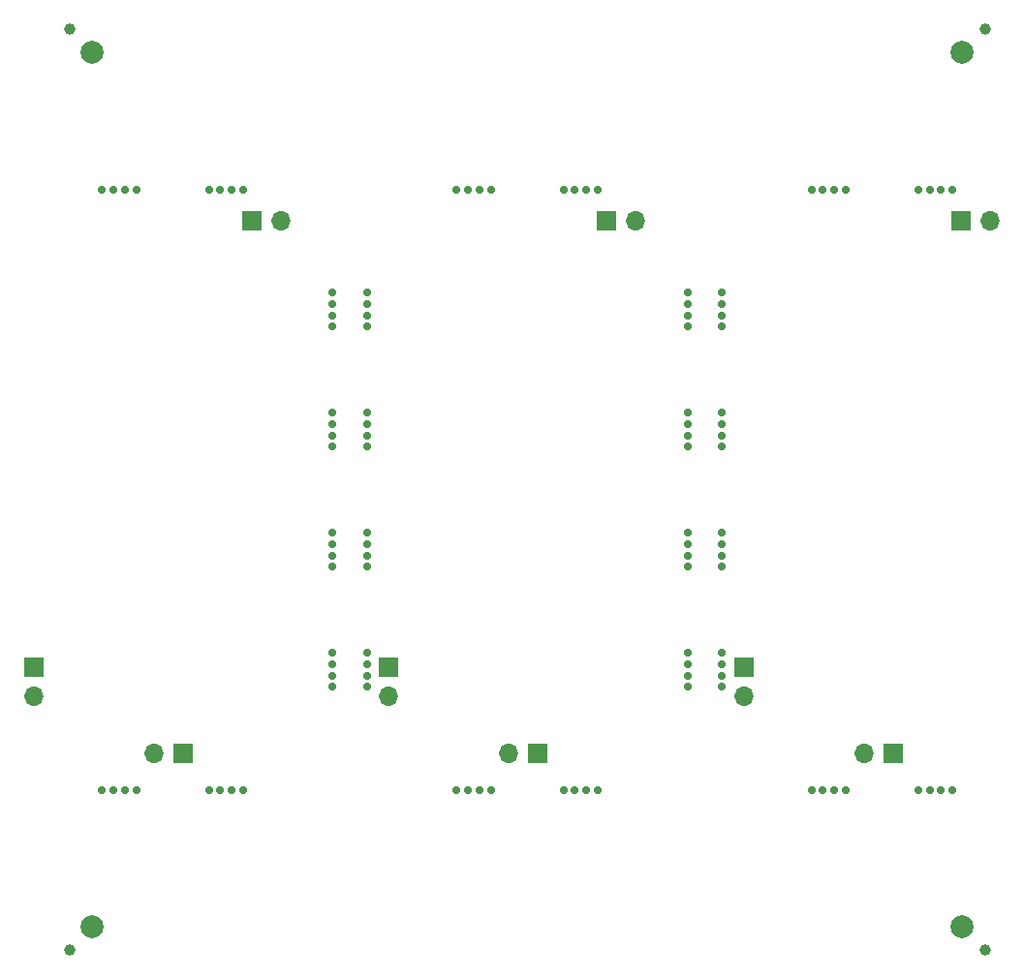
<source format=gbs>
G04 #@! TF.GenerationSoftware,KiCad,Pcbnew,8.0.0*
G04 #@! TF.CreationDate,2024-02-29T15:25:12+11:00*
G04 #@! TF.ProjectId,panel,70616e65-6c2e-46b6-9963-61645f706362,rev?*
G04 #@! TF.SameCoordinates,Original*
G04 #@! TF.FileFunction,Soldermask,Bot*
G04 #@! TF.FilePolarity,Negative*
%FSLAX46Y46*%
G04 Gerber Fmt 4.6, Leading zero omitted, Abs format (unit mm)*
G04 Created by KiCad (PCBNEW 8.0.0) date 2024-02-29 15:25:12*
%MOMM*%
%LPD*%
G01*
G04 APERTURE LIST*
%ADD10C,0.700000*%
%ADD11R,1.700000X1.700000*%
%ADD12O,1.700000X1.700000*%
%ADD13C,2.000000*%
%ADD14C,1.000000*%
G04 APERTURE END LIST*
D10*
G04 #@! TO.C,KiKit_MB_6_1*
X17166666Y-16999500D03*
G04 #@! TD*
D11*
G04 #@! TO.C,J3*
X63900000Y-58764500D03*
D12*
X63900000Y-61304500D03*
G04 #@! TD*
D10*
G04 #@! TO.C,KiKit_MB_11_2*
X31000000Y-48999500D03*
G04 #@! TD*
G04 #@! TO.C,KiKit_MB_17_3*
X40833333Y-16999500D03*
G04 #@! TD*
G04 #@! TO.C,KiKit_MB_24_2*
X62000000Y-59499500D03*
G04 #@! TD*
G04 #@! TO.C,KiKit_MB_20_3*
X49166666Y-69499500D03*
G04 #@! TD*
G04 #@! TO.C,KiKit_MB_21_3*
X62000000Y-26999500D03*
G04 #@! TD*
G04 #@! TO.C,KiKit_MB_3_1*
X28000000Y-46999500D03*
G04 #@! TD*
G04 #@! TO.C,KiKit_MB_16_3*
X59000000Y-59499500D03*
G04 #@! TD*
D11*
G04 #@! TO.C,J3*
X1900000Y-58764500D03*
D12*
X1900000Y-61304500D03*
G04 #@! TD*
D11*
G04 #@! TO.C,J2*
X76945000Y-66269500D03*
D12*
X74405000Y-66269500D03*
G04 #@! TD*
D10*
G04 #@! TO.C,KiKit_MB_13_4*
X59000000Y-28999500D03*
G04 #@! TD*
G04 #@! TO.C,KiKit_MB_20_2*
X50166666Y-69499500D03*
G04 #@! TD*
G04 #@! TO.C,KiKit_MB_21_1*
X62000000Y-28999500D03*
G04 #@! TD*
G04 #@! TO.C,KiKit_MB_12_3*
X31000000Y-58499500D03*
G04 #@! TD*
G04 #@! TO.C,KiKit_MB_24_3*
X62000000Y-58499500D03*
G04 #@! TD*
G04 #@! TO.C,KiKit_MB_12_2*
X31000000Y-59499500D03*
G04 #@! TD*
G04 #@! TO.C,KiKit_MB_3_2*
X28000000Y-47999500D03*
G04 #@! TD*
G04 #@! TO.C,KiKit_MB_13_2*
X59000000Y-26999500D03*
G04 #@! TD*
G04 #@! TO.C,KiKit_MB_28_2*
X81166666Y-69499500D03*
G04 #@! TD*
G04 #@! TO.C,KiKit_MB_20_4*
X48166666Y-69499500D03*
G04 #@! TD*
G04 #@! TO.C,KiKit_MB_18_2*
X49166666Y-16999500D03*
G04 #@! TD*
G04 #@! TO.C,KiKit_MB_10_1*
X31000000Y-39499500D03*
G04 #@! TD*
G04 #@! TO.C,KiKit_MB_2_2*
X28000000Y-37499500D03*
G04 #@! TD*
G04 #@! TO.C,KiKit_MB_12_1*
X31000000Y-60499500D03*
G04 #@! TD*
G04 #@! TO.C,KiKit_MB_11_1*
X31000000Y-49999500D03*
G04 #@! TD*
G04 #@! TO.C,KiKit_MB_18_1*
X48166666Y-16999500D03*
G04 #@! TD*
G04 #@! TO.C,KiKit_MB_4_2*
X28000000Y-58499500D03*
G04 #@! TD*
G04 #@! TO.C,KiKit_MB_26_2*
X80166666Y-16999500D03*
G04 #@! TD*
G04 #@! TO.C,KiKit_MB_21_4*
X62000000Y-25999500D03*
G04 #@! TD*
G04 #@! TO.C,KiKit_MB_1_2*
X28000000Y-26999500D03*
G04 #@! TD*
G04 #@! TO.C,KiKit_MB_11_3*
X31000000Y-47999500D03*
G04 #@! TD*
G04 #@! TO.C,KiKit_MB_27_3*
X70833333Y-69499500D03*
G04 #@! TD*
G04 #@! TO.C,KiKit_MB_8_1*
X20166666Y-69499500D03*
G04 #@! TD*
G04 #@! TO.C,KiKit_MB_3_4*
X28000000Y-49999500D03*
G04 #@! TD*
G04 #@! TO.C,KiKit_MB_19_3*
X39833333Y-69499500D03*
G04 #@! TD*
G04 #@! TO.C,KiKit_MB_7_4*
X7833334Y-69499500D03*
G04 #@! TD*
G04 #@! TO.C,KiKit_MB_8_2*
X19166666Y-69499500D03*
G04 #@! TD*
G04 #@! TO.C,KiKit_MB_8_4*
X17166666Y-69499500D03*
G04 #@! TD*
G04 #@! TO.C,KiKit_MB_26_1*
X79166666Y-16999500D03*
G04 #@! TD*
D13*
G04 #@! TO.C,KiKit_TO_1*
X7000000Y-5000000D03*
G04 #@! TD*
D10*
G04 #@! TO.C,KiKit_MB_9_3*
X31000000Y-26999500D03*
G04 #@! TD*
G04 #@! TO.C,KiKit_MB_26_3*
X81166666Y-16999500D03*
G04 #@! TD*
G04 #@! TO.C,KiKit_MB_6_4*
X20166666Y-16999500D03*
G04 #@! TD*
G04 #@! TO.C,KiKit_MB_15_1*
X59000000Y-46999500D03*
G04 #@! TD*
D11*
G04 #@! TO.C,J2*
X45945000Y-66269500D03*
D12*
X43405000Y-66269500D03*
G04 #@! TD*
D10*
G04 #@! TO.C,KiKit_MB_3_3*
X28000000Y-48999500D03*
G04 #@! TD*
G04 #@! TO.C,KiKit_MB_22_3*
X62000000Y-37499500D03*
G04 #@! TD*
G04 #@! TO.C,KiKit_MB_27_4*
X69833333Y-69499500D03*
G04 #@! TD*
G04 #@! TO.C,KiKit_MB_2_1*
X28000000Y-36499500D03*
G04 #@! TD*
G04 #@! TO.C,KiKit_MB_5_2*
X8833334Y-16999500D03*
G04 #@! TD*
G04 #@! TO.C,KiKit_MB_26_4*
X82166666Y-16999500D03*
G04 #@! TD*
G04 #@! TO.C,KiKit_MB_6_3*
X19166666Y-16999500D03*
G04 #@! TD*
D11*
G04 #@! TO.C,J1*
X20925000Y-19749500D03*
D12*
X23465000Y-19749500D03*
G04 #@! TD*
D10*
G04 #@! TO.C,KiKit_MB_21_2*
X62000000Y-27999500D03*
G04 #@! TD*
G04 #@! TO.C,KiKit_MB_14_2*
X59000000Y-37499500D03*
G04 #@! TD*
G04 #@! TO.C,KiKit_MB_9_2*
X31000000Y-27999500D03*
G04 #@! TD*
G04 #@! TO.C,KiKit_MB_25_1*
X69833333Y-16999500D03*
G04 #@! TD*
G04 #@! TO.C,KiKit_MB_18_3*
X50166666Y-16999500D03*
G04 #@! TD*
G04 #@! TO.C,KiKit_MB_5_3*
X9833334Y-16999500D03*
G04 #@! TD*
G04 #@! TO.C,KiKit_MB_16_4*
X59000000Y-60499500D03*
G04 #@! TD*
G04 #@! TO.C,KiKit_MB_28_3*
X80166666Y-69499500D03*
G04 #@! TD*
G04 #@! TO.C,KiKit_MB_2_4*
X28000000Y-39499500D03*
G04 #@! TD*
D11*
G04 #@! TO.C,J2*
X14945000Y-66269500D03*
D12*
X12405000Y-66269500D03*
G04 #@! TD*
D10*
G04 #@! TO.C,KiKit_MB_23_2*
X62000000Y-48999500D03*
G04 #@! TD*
G04 #@! TO.C,KiKit_MB_25_3*
X71833333Y-16999500D03*
G04 #@! TD*
G04 #@! TO.C,KiKit_MB_9_1*
X31000000Y-28999500D03*
G04 #@! TD*
G04 #@! TO.C,KiKit_MB_22_1*
X62000000Y-39499500D03*
G04 #@! TD*
D11*
G04 #@! TO.C,J1*
X82925000Y-19749500D03*
D12*
X85465000Y-19749500D03*
G04 #@! TD*
D10*
G04 #@! TO.C,KiKit_MB_7_3*
X8833334Y-69499500D03*
G04 #@! TD*
G04 #@! TO.C,KiKit_MB_23_3*
X62000000Y-47999500D03*
G04 #@! TD*
D11*
G04 #@! TO.C,J3*
X32900000Y-58764500D03*
D12*
X32900000Y-61304500D03*
G04 #@! TD*
D10*
G04 #@! TO.C,KiKit_MB_22_4*
X62000000Y-36499500D03*
G04 #@! TD*
G04 #@! TO.C,KiKit_MB_19_2*
X40833333Y-69499500D03*
G04 #@! TD*
G04 #@! TO.C,KiKit_MB_13_1*
X59000000Y-25999500D03*
G04 #@! TD*
G04 #@! TO.C,KiKit_MB_5_1*
X7833334Y-16999500D03*
G04 #@! TD*
G04 #@! TO.C,KiKit_MB_28_4*
X79166666Y-69499500D03*
G04 #@! TD*
G04 #@! TO.C,KiKit_MB_4_3*
X28000000Y-59499500D03*
G04 #@! TD*
G04 #@! TO.C,KiKit_MB_24_1*
X62000000Y-60499500D03*
G04 #@! TD*
G04 #@! TO.C,KiKit_MB_19_4*
X38833333Y-69499500D03*
G04 #@! TD*
G04 #@! TO.C,KiKit_MB_25_4*
X72833333Y-16999500D03*
G04 #@! TD*
G04 #@! TO.C,KiKit_MB_10_3*
X31000000Y-37499500D03*
G04 #@! TD*
D11*
G04 #@! TO.C,J1*
X51925000Y-19749500D03*
D12*
X54465000Y-19749500D03*
G04 #@! TD*
D10*
G04 #@! TO.C,KiKit_MB_19_1*
X41833333Y-69499500D03*
G04 #@! TD*
G04 #@! TO.C,KiKit_MB_11_4*
X31000000Y-46999500D03*
G04 #@! TD*
G04 #@! TO.C,KiKit_MB_15_3*
X59000000Y-48999500D03*
G04 #@! TD*
G04 #@! TO.C,KiKit_MB_1_4*
X28000000Y-28999500D03*
G04 #@! TD*
G04 #@! TO.C,KiKit_MB_15_2*
X59000000Y-47999500D03*
G04 #@! TD*
G04 #@! TO.C,KiKit_MB_23_4*
X62000000Y-46999500D03*
G04 #@! TD*
G04 #@! TO.C,KiKit_MB_27_1*
X72833333Y-69499500D03*
G04 #@! TD*
G04 #@! TO.C,KiKit_MB_4_1*
X28000000Y-57499500D03*
G04 #@! TD*
G04 #@! TO.C,KiKit_MB_2_3*
X28000000Y-38499500D03*
G04 #@! TD*
G04 #@! TO.C,KiKit_MB_7_2*
X9833334Y-69499500D03*
G04 #@! TD*
G04 #@! TO.C,KiKit_MB_27_2*
X71833333Y-69499500D03*
G04 #@! TD*
G04 #@! TO.C,KiKit_MB_4_4*
X28000000Y-60499500D03*
G04 #@! TD*
G04 #@! TO.C,KiKit_MB_8_3*
X18166666Y-69499500D03*
G04 #@! TD*
G04 #@! TO.C,KiKit_MB_10_4*
X31000000Y-36499500D03*
G04 #@! TD*
G04 #@! TO.C,KiKit_MB_18_4*
X51166666Y-16999500D03*
G04 #@! TD*
G04 #@! TO.C,KiKit_MB_17_2*
X39833333Y-16999500D03*
G04 #@! TD*
G04 #@! TO.C,KiKit_MB_12_4*
X31000000Y-57499500D03*
G04 #@! TD*
G04 #@! TO.C,KiKit_MB_15_4*
X59000000Y-49999500D03*
G04 #@! TD*
G04 #@! TO.C,KiKit_MB_22_2*
X62000000Y-38499500D03*
G04 #@! TD*
G04 #@! TO.C,KiKit_MB_24_4*
X62000000Y-57499500D03*
G04 #@! TD*
G04 #@! TO.C,KiKit_MB_1_3*
X28000000Y-27999500D03*
G04 #@! TD*
G04 #@! TO.C,KiKit_MB_5_4*
X10833334Y-16999500D03*
G04 #@! TD*
D13*
G04 #@! TO.C,KiKit_TO_3*
X7000000Y-81499500D03*
G04 #@! TD*
D10*
G04 #@! TO.C,KiKit_MB_20_1*
X51166666Y-69499500D03*
G04 #@! TD*
G04 #@! TO.C,KiKit_MB_16_2*
X59000000Y-58499500D03*
G04 #@! TD*
G04 #@! TO.C,KiKit_MB_7_1*
X10833334Y-69499500D03*
G04 #@! TD*
G04 #@! TO.C,KiKit_MB_14_4*
X59000000Y-39499500D03*
G04 #@! TD*
D13*
G04 #@! TO.C,KiKit_TO_4*
X83000000Y-81499500D03*
G04 #@! TD*
D10*
G04 #@! TO.C,KiKit_MB_6_2*
X18166666Y-16999500D03*
G04 #@! TD*
G04 #@! TO.C,KiKit_MB_16_1*
X59000000Y-57499500D03*
G04 #@! TD*
G04 #@! TO.C,KiKit_MB_14_1*
X59000000Y-36499500D03*
G04 #@! TD*
G04 #@! TO.C,KiKit_MB_9_4*
X31000000Y-25999500D03*
G04 #@! TD*
G04 #@! TO.C,KiKit_MB_17_4*
X41833333Y-16999500D03*
G04 #@! TD*
G04 #@! TO.C,KiKit_MB_25_2*
X70833333Y-16999500D03*
G04 #@! TD*
G04 #@! TO.C,KiKit_MB_13_3*
X59000000Y-27999500D03*
G04 #@! TD*
G04 #@! TO.C,KiKit_MB_28_1*
X82166666Y-69499500D03*
G04 #@! TD*
D13*
G04 #@! TO.C,KiKit_TO_2*
X83000000Y-5000000D03*
G04 #@! TD*
D10*
G04 #@! TO.C,KiKit_MB_17_1*
X38833333Y-16999500D03*
G04 #@! TD*
G04 #@! TO.C,KiKit_MB_10_2*
X31000000Y-38499500D03*
G04 #@! TD*
G04 #@! TO.C,KiKit_MB_14_3*
X59000000Y-38499500D03*
G04 #@! TD*
G04 #@! TO.C,KiKit_MB_1_1*
X28000000Y-25999500D03*
G04 #@! TD*
G04 #@! TO.C,KiKit_MB_23_1*
X62000000Y-49999500D03*
G04 #@! TD*
D14*
G04 #@! TO.C,KiKit_FID_B_1*
X5000000Y-3000000D03*
G04 #@! TD*
G04 #@! TO.C,KiKit_FID_B_2*
X85000000Y-3000000D03*
G04 #@! TD*
G04 #@! TO.C,KiKit_FID_B_3*
X5000000Y-83499500D03*
G04 #@! TD*
G04 #@! TO.C,KiKit_FID_B_4*
X85000000Y-83499500D03*
G04 #@! TD*
M02*

</source>
